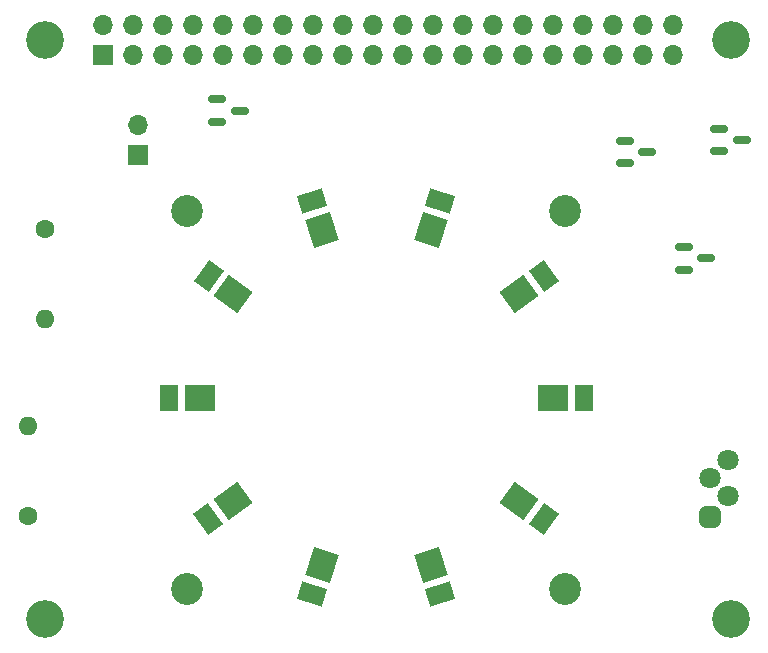
<source format=gts>
G04 #@! TF.GenerationSoftware,KiCad,Pcbnew,(6.0.9-0)*
G04 #@! TF.CreationDate,2024-08-31T06:56:55+09:00*
G04 #@! TF.ProjectId,LEDHat,4c454448-6174-42e6-9b69-6361645f7063,rev?*
G04 #@! TF.SameCoordinates,Original*
G04 #@! TF.FileFunction,Soldermask,Top*
G04 #@! TF.FilePolarity,Negative*
%FSLAX46Y46*%
G04 Gerber Fmt 4.6, Leading zero omitted, Abs format (unit mm)*
G04 Created by KiCad (PCBNEW (6.0.9-0)) date 2024-08-31 06:56:55*
%MOMM*%
%LPD*%
G01*
G04 APERTURE LIST*
G04 Aperture macros list*
%AMRoundRect*
0 Rectangle with rounded corners*
0 $1 Rounding radius*
0 $2 $3 $4 $5 $6 $7 $8 $9 X,Y pos of 4 corners*
0 Add a 4 corners polygon primitive as box body*
4,1,4,$2,$3,$4,$5,$6,$7,$8,$9,$2,$3,0*
0 Add four circle primitives for the rounded corners*
1,1,$1+$1,$2,$3*
1,1,$1+$1,$4,$5*
1,1,$1+$1,$6,$7*
1,1,$1+$1,$8,$9*
0 Add four rect primitives between the rounded corners*
20,1,$1+$1,$2,$3,$4,$5,0*
20,1,$1+$1,$4,$5,$6,$7,0*
20,1,$1+$1,$6,$7,$8,$9,0*
20,1,$1+$1,$8,$9,$2,$3,0*%
%AMRotRect*
0 Rectangle, with rotation*
0 The origin of the aperture is its center*
0 $1 length*
0 $2 width*
0 $3 Rotation angle, in degrees counterclockwise*
0 Add horizontal line*
21,1,$1,$2,0,0,$3*%
G04 Aperture macros list end*
%ADD10RotRect,2.500000X2.200000X144.000000*%
%ADD11RotRect,1.550000X2.200000X144.000000*%
%ADD12C,2.700000*%
%ADD13RotRect,2.500000X2.200000X108.000000*%
%ADD14RotRect,1.550000X2.200000X108.000000*%
%ADD15C,3.200000*%
%ADD16RoundRect,0.150000X-0.587500X-0.150000X0.587500X-0.150000X0.587500X0.150000X-0.587500X0.150000X0*%
%ADD17RoundRect,0.450000X0.450000X-0.450000X0.450000X0.450000X-0.450000X0.450000X-0.450000X-0.450000X0*%
%ADD18C,1.800000*%
%ADD19O,1.700000X1.700000*%
%ADD20R,1.700000X1.700000*%
%ADD21RotRect,2.500000X2.200000X216.000000*%
%ADD22RotRect,1.550000X2.200000X216.000000*%
%ADD23RotRect,2.500000X2.200000X252.000000*%
%ADD24RotRect,1.550000X2.200000X252.000000*%
%ADD25C,1.600000*%
%ADD26O,1.600000X1.600000*%
%ADD27R,2.500000X2.200000*%
%ADD28R,1.550000X2.200000*%
%ADD29RotRect,2.500000X2.200000X72.000000*%
%ADD30RotRect,1.550000X2.200000X72.000000*%
%ADD31RotRect,2.500000X2.200000X288.000000*%
%ADD32RotRect,1.550000X2.200000X288.000000*%
%ADD33RotRect,2.500000X2.200000X36.000000*%
%ADD34RotRect,1.550000X2.200000X36.000000*%
%ADD35RotRect,2.500000X2.200000X324.000000*%
%ADD36RotRect,1.550000X2.200000X324.000000*%
G04 APERTURE END LIST*
D10*
X69405196Y-85000000D03*
D11*
X67321977Y-83486452D03*
D12*
X97500000Y-78000000D03*
D13*
X76880196Y-79569094D03*
D14*
X76084477Y-77120124D03*
D15*
X111500000Y-112500000D03*
D16*
X110562500Y-71050000D03*
X110562500Y-72950000D03*
X112437500Y-72000000D03*
X107562500Y-81050000D03*
X107562500Y-82950000D03*
X109437500Y-82000000D03*
D12*
X97500000Y-110000000D03*
D15*
X111500000Y-63500000D03*
D16*
X68062500Y-68550000D03*
X68062500Y-70450000D03*
X69937500Y-69500000D03*
D17*
X109740000Y-103910000D03*
D18*
X111264000Y-102132000D03*
X109740000Y-100608000D03*
X111264000Y-99084000D03*
D12*
X65500000Y-110000000D03*
D19*
X61375000Y-70735000D03*
D20*
X61375000Y-73275000D03*
D21*
X69380196Y-102574778D03*
D22*
X67296977Y-104088326D03*
D23*
X76880196Y-108005684D03*
D24*
X76084477Y-110454654D03*
D25*
X52000000Y-103810000D03*
D26*
X52000000Y-96190000D03*
D27*
X96500000Y-93787389D03*
D28*
X99075000Y-93787389D03*
D29*
X86119804Y-79569094D03*
D30*
X86915523Y-77120124D03*
D31*
X86119804Y-108005684D03*
D32*
X86915523Y-110454654D03*
D33*
X93594804Y-85000000D03*
D34*
X95678023Y-83486452D03*
D27*
X66550000Y-93787389D03*
D28*
X63975000Y-93787389D03*
D12*
X65500000Y-78000000D03*
D16*
X102562500Y-72050000D03*
X102562500Y-73950000D03*
X104437500Y-73000000D03*
D35*
X93594804Y-102574778D03*
D36*
X95678023Y-104088326D03*
D25*
X53500000Y-79500000D03*
D26*
X53500000Y-87120000D03*
D15*
X53500000Y-112500000D03*
X53500000Y-63500000D03*
D20*
X58400000Y-64790000D03*
D19*
X58400000Y-62250000D03*
X60940000Y-64790000D03*
X60940000Y-62250000D03*
X63480000Y-64790000D03*
X63480000Y-62250000D03*
X66020000Y-64790000D03*
X66020000Y-62250000D03*
X68560000Y-64790000D03*
X68560000Y-62250000D03*
X71100000Y-64790000D03*
X71100000Y-62250000D03*
X73640000Y-64790000D03*
X73640000Y-62250000D03*
X76180000Y-64790000D03*
X76180000Y-62250000D03*
X78720000Y-64790000D03*
X78720000Y-62250000D03*
X81260000Y-64790000D03*
X81260000Y-62250000D03*
X83800000Y-64790000D03*
X83800000Y-62250000D03*
X86340000Y-64790000D03*
X86340000Y-62250000D03*
X88880000Y-64790000D03*
X88880000Y-62250000D03*
X91420000Y-64790000D03*
X91420000Y-62250000D03*
X93960000Y-64790000D03*
X93960000Y-62250000D03*
X96500000Y-64790000D03*
X96500000Y-62250000D03*
X99040000Y-64790000D03*
X99040000Y-62250000D03*
X101580000Y-64790000D03*
X101580000Y-62250000D03*
X104120000Y-64790000D03*
X104120000Y-62250000D03*
X106660000Y-64790000D03*
X106660000Y-62250000D03*
M02*

</source>
